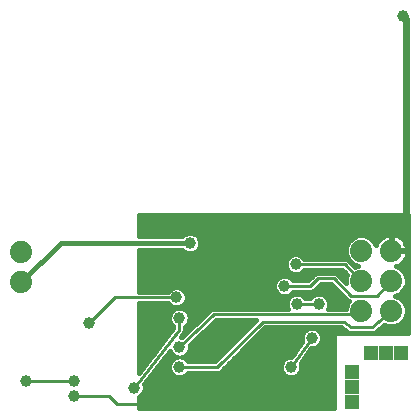
<source format=gbl>
G75*
%MOIN*%
%OFA0B0*%
%FSLAX25Y25*%
%IPPOS*%
%LPD*%
%AMOC8*
5,1,8,0,0,1.08239X$1,22.5*
%
%ADD10C,0.07400*%
%ADD11R,0.05000X0.05000*%
%ADD12C,0.03962*%
%ADD13C,0.01600*%
%ADD14C,0.01000*%
%ADD15C,0.02400*%
D10*
X0007102Y0051425D03*
X0007102Y0061425D03*
X0120488Y0062016D03*
X0130488Y0062016D03*
X0130488Y0051976D03*
X0120488Y0051976D03*
X0120488Y0041937D03*
X0130488Y0041937D03*
D11*
X0128756Y0027764D03*
X0123756Y0027764D03*
X0117535Y0021543D03*
X0117535Y0016543D03*
X0117535Y0011543D03*
X0133756Y0027764D03*
D12*
X0008874Y0018512D03*
X0024622Y0018512D03*
X0024622Y0013591D03*
X0044898Y0016346D03*
X0049425Y0012803D03*
X0059858Y0023236D03*
X0059858Y0029929D03*
X0059858Y0039575D03*
X0054150Y0039575D03*
X0058874Y0046465D03*
X0066945Y0057882D03*
X0063402Y0064575D03*
X0077181Y0036031D03*
X0094898Y0050205D03*
X0099031Y0044299D03*
X0106315Y0044299D03*
X0109268Y0048433D03*
X0098638Y0057488D03*
X0103953Y0032882D03*
X0097063Y0023236D03*
X0091748Y0011425D03*
X0130921Y0070480D03*
X0134465Y0140165D03*
X0029740Y0037803D03*
D13*
X0046276Y0037269D02*
X0057382Y0037269D01*
X0056992Y0037660D02*
X0057825Y0036826D01*
X0057792Y0036129D01*
X0046276Y0021235D01*
X0046276Y0044565D01*
X0056001Y0044565D01*
X0056008Y0044549D01*
X0056959Y0043598D01*
X0058201Y0043083D01*
X0059547Y0043083D01*
X0060789Y0043598D01*
X0061740Y0044549D01*
X0062255Y0045792D01*
X0062255Y0047137D01*
X0061740Y0048380D01*
X0060789Y0049331D01*
X0059547Y0049846D01*
X0058201Y0049846D01*
X0056959Y0049331D01*
X0056008Y0048380D01*
X0056001Y0048365D01*
X0046276Y0048365D01*
X0046276Y0062375D01*
X0060820Y0062375D01*
X0061486Y0061708D01*
X0062729Y0061194D01*
X0064074Y0061194D01*
X0065317Y0061708D01*
X0066268Y0062660D01*
X0066783Y0063902D01*
X0066783Y0065247D01*
X0066268Y0066490D01*
X0065317Y0067441D01*
X0064074Y0067956D01*
X0062729Y0067956D01*
X0061486Y0067441D01*
X0060820Y0066775D01*
X0046276Y0066775D01*
X0046276Y0073827D01*
X0135995Y0073827D01*
X0135995Y0034457D01*
X0111236Y0034457D01*
X0111236Y0009698D01*
X0046276Y0009698D01*
X0046276Y0013258D01*
X0046813Y0013480D01*
X0047764Y0014431D01*
X0048279Y0015674D01*
X0048279Y0017019D01*
X0048118Y0017406D01*
X0056758Y0028579D01*
X0056992Y0028014D01*
X0057943Y0027063D01*
X0059102Y0026583D01*
X0057943Y0026103D01*
X0056992Y0025151D01*
X0056477Y0023909D01*
X0056477Y0022564D01*
X0056992Y0021321D01*
X0057943Y0020370D01*
X0059186Y0019855D01*
X0060531Y0019855D01*
X0061773Y0020370D01*
X0062725Y0021321D01*
X0062731Y0021336D01*
X0073244Y0021336D01*
X0088401Y0036494D01*
X0113895Y0036494D01*
X0115662Y0035021D01*
X0116158Y0034525D01*
X0116257Y0034525D01*
X0116333Y0034462D01*
X0117031Y0034525D01*
X0124165Y0034525D01*
X0124886Y0034477D01*
X0124942Y0034525D01*
X0125015Y0034525D01*
X0125527Y0035037D01*
X0128193Y0037367D01*
X0129474Y0036837D01*
X0131503Y0036837D01*
X0133377Y0037613D01*
X0134812Y0039048D01*
X0135588Y0040923D01*
X0135588Y0042951D01*
X0134812Y0044826D01*
X0133377Y0046261D01*
X0131697Y0046957D01*
X0133377Y0047653D01*
X0134812Y0049087D01*
X0135588Y0050962D01*
X0135588Y0052991D01*
X0134812Y0054865D01*
X0133377Y0056300D01*
X0132198Y0056788D01*
X0132599Y0056919D01*
X0133371Y0057312D01*
X0134071Y0057821D01*
X0134683Y0058433D01*
X0135192Y0059133D01*
X0135585Y0059904D01*
X0135853Y0060728D01*
X0135988Y0061583D01*
X0135988Y0061816D01*
X0130688Y0061816D01*
X0130688Y0062216D01*
X0130288Y0062216D01*
X0130288Y0067516D01*
X0130055Y0067516D01*
X0129200Y0067380D01*
X0128377Y0067113D01*
X0127606Y0066720D01*
X0126905Y0066211D01*
X0126293Y0065599D01*
X0125784Y0064898D01*
X0125391Y0064127D01*
X0125278Y0063779D01*
X0124812Y0064905D01*
X0123377Y0066339D01*
X0121503Y0067116D01*
X0119474Y0067116D01*
X0117599Y0066339D01*
X0116165Y0064905D01*
X0115388Y0063030D01*
X0115388Y0061001D01*
X0116165Y0059127D01*
X0117599Y0057692D01*
X0119280Y0056996D01*
X0118485Y0056667D01*
X0115763Y0059388D01*
X0101510Y0059388D01*
X0101504Y0059403D01*
X0100553Y0060355D01*
X0099310Y0060869D01*
X0097965Y0060869D01*
X0096723Y0060355D01*
X0095771Y0059403D01*
X0095257Y0058161D01*
X0095257Y0056816D01*
X0095771Y0055573D01*
X0096723Y0054622D01*
X0097965Y0054107D01*
X0099310Y0054107D01*
X0100553Y0054622D01*
X0101504Y0055573D01*
X0101510Y0055588D01*
X0114189Y0055588D01*
X0115798Y0053980D01*
X0115388Y0052991D01*
X0115388Y0051299D01*
X0112023Y0054664D01*
X0105331Y0054664D01*
X0104218Y0053551D01*
X0102772Y0052105D01*
X0097770Y0052105D01*
X0097764Y0052120D01*
X0096813Y0053071D01*
X0095570Y0053586D01*
X0094225Y0053586D01*
X0092982Y0053071D01*
X0092031Y0052120D01*
X0091517Y0050877D01*
X0091517Y0049532D01*
X0092031Y0048289D01*
X0092982Y0047338D01*
X0094225Y0046824D01*
X0095570Y0046824D01*
X0096813Y0047338D01*
X0097764Y0048289D01*
X0097770Y0048305D01*
X0104346Y0048305D01*
X0106905Y0050864D01*
X0110449Y0050864D01*
X0115045Y0046268D01*
X0116158Y0045155D01*
X0116494Y0045155D01*
X0116165Y0044826D01*
X0115388Y0042951D01*
X0115388Y0042656D01*
X0109294Y0042656D01*
X0109696Y0043627D01*
X0109696Y0044972D01*
X0109181Y0046214D01*
X0108230Y0047166D01*
X0106987Y0047680D01*
X0105642Y0047680D01*
X0104400Y0047166D01*
X0103449Y0046214D01*
X0103442Y0046199D01*
X0101904Y0046199D01*
X0101898Y0046214D01*
X0100947Y0047166D01*
X0099704Y0047680D01*
X0098359Y0047680D01*
X0097116Y0047166D01*
X0096165Y0046214D01*
X0095650Y0044972D01*
X0095650Y0043627D01*
X0096053Y0042656D01*
X0071301Y0042656D01*
X0070539Y0042676D01*
X0070518Y0042656D01*
X0070489Y0042656D01*
X0069950Y0042117D01*
X0060622Y0033272D01*
X0060531Y0033310D01*
X0060416Y0033310D01*
X0061063Y0034147D01*
X0061522Y0034564D01*
X0061531Y0034752D01*
X0061646Y0034901D01*
X0061567Y0035517D01*
X0061621Y0036645D01*
X0061773Y0036708D01*
X0062725Y0037660D01*
X0063239Y0038902D01*
X0063239Y0040247D01*
X0062725Y0041490D01*
X0061773Y0042441D01*
X0060531Y0042956D01*
X0059186Y0042956D01*
X0057943Y0042441D01*
X0056992Y0041490D01*
X0056477Y0040247D01*
X0056477Y0038902D01*
X0056992Y0037660D01*
X0056491Y0038868D02*
X0046276Y0038868D01*
X0046276Y0040466D02*
X0056568Y0040466D01*
X0057567Y0042065D02*
X0046276Y0042065D01*
X0046276Y0043663D02*
X0056894Y0043663D01*
X0060854Y0043663D02*
X0095650Y0043663D01*
X0095771Y0045262D02*
X0062036Y0045262D01*
X0062255Y0046860D02*
X0094136Y0046860D01*
X0091961Y0048459D02*
X0061661Y0048459D01*
X0056087Y0048459D02*
X0046276Y0048459D01*
X0046276Y0050057D02*
X0091517Y0050057D01*
X0091839Y0051656D02*
X0046276Y0051656D01*
X0046276Y0053254D02*
X0093425Y0053254D01*
X0096370Y0053254D02*
X0103922Y0053254D01*
X0100784Y0054853D02*
X0114925Y0054853D01*
X0115497Y0053254D02*
X0113433Y0053254D01*
X0115031Y0051656D02*
X0115388Y0051656D01*
X0112854Y0048459D02*
X0104500Y0048459D01*
X0104095Y0046860D02*
X0101252Y0046860D01*
X0106099Y0050057D02*
X0111256Y0050057D01*
X0108535Y0046860D02*
X0114453Y0046860D01*
X0116051Y0045262D02*
X0109576Y0045262D01*
X0109696Y0043663D02*
X0115683Y0043663D01*
X0114882Y0035671D02*
X0105945Y0035671D01*
X0105868Y0035748D02*
X0104625Y0036263D01*
X0103280Y0036263D01*
X0102038Y0035748D01*
X0101086Y0034797D01*
X0100572Y0033554D01*
X0100572Y0032209D01*
X0100779Y0031708D01*
X0097143Y0026617D01*
X0096390Y0026617D01*
X0095148Y0026103D01*
X0094197Y0025151D01*
X0093682Y0023909D01*
X0093682Y0022564D01*
X0094197Y0021321D01*
X0095148Y0020370D01*
X0096390Y0019855D01*
X0097736Y0019855D01*
X0098978Y0020370D01*
X0099929Y0021321D01*
X0100444Y0022564D01*
X0100444Y0023909D01*
X0100236Y0024410D01*
X0103873Y0029501D01*
X0104625Y0029501D01*
X0105868Y0030016D01*
X0106819Y0030967D01*
X0107334Y0032209D01*
X0107334Y0033554D01*
X0106819Y0034797D01*
X0105868Y0035748D01*
X0107119Y0034072D02*
X0111236Y0034072D01*
X0111236Y0032474D02*
X0107334Y0032474D01*
X0106728Y0030875D02*
X0111236Y0030875D01*
X0111236Y0029277D02*
X0103713Y0029277D01*
X0102571Y0027678D02*
X0111236Y0027678D01*
X0111236Y0026080D02*
X0101429Y0026080D01*
X0100287Y0024481D02*
X0111236Y0024481D01*
X0111236Y0022883D02*
X0100444Y0022883D01*
X0099893Y0021284D02*
X0111236Y0021284D01*
X0111236Y0019686D02*
X0049881Y0019686D01*
X0051117Y0021284D02*
X0057029Y0021284D01*
X0056477Y0022883D02*
X0052353Y0022883D01*
X0053589Y0024481D02*
X0056714Y0024481D01*
X0057920Y0026080D02*
X0054825Y0026080D01*
X0056061Y0027678D02*
X0057328Y0027678D01*
X0060614Y0026583D02*
X0061773Y0026103D01*
X0062725Y0025151D01*
X0062731Y0025136D01*
X0071670Y0025136D01*
X0085389Y0038856D01*
X0072033Y0038856D01*
X0063239Y0030517D01*
X0063239Y0029257D01*
X0062725Y0028014D01*
X0061773Y0027063D01*
X0060614Y0026583D01*
X0061796Y0026080D02*
X0072613Y0026080D01*
X0074212Y0027678D02*
X0062389Y0027678D01*
X0063239Y0029277D02*
X0075810Y0029277D01*
X0077409Y0030875D02*
X0063617Y0030875D01*
X0065303Y0032474D02*
X0079007Y0032474D01*
X0080606Y0034072D02*
X0066989Y0034072D01*
X0068674Y0035671D02*
X0082204Y0035671D01*
X0083803Y0037269D02*
X0070360Y0037269D01*
X0068209Y0040466D02*
X0063149Y0040466D01*
X0063225Y0038868D02*
X0066523Y0038868D01*
X0064838Y0037269D02*
X0062334Y0037269D01*
X0061575Y0035671D02*
X0063152Y0035671D01*
X0061466Y0034072D02*
X0061005Y0034072D01*
X0057437Y0035671D02*
X0046276Y0035671D01*
X0046276Y0034072D02*
X0056202Y0034072D01*
X0054966Y0032474D02*
X0046276Y0032474D01*
X0046276Y0030875D02*
X0053730Y0030875D01*
X0052494Y0029277D02*
X0046276Y0029277D01*
X0046276Y0027678D02*
X0051258Y0027678D01*
X0050022Y0026080D02*
X0046276Y0026080D01*
X0046276Y0024481D02*
X0048786Y0024481D01*
X0047550Y0022883D02*
X0046276Y0022883D01*
X0046276Y0021284D02*
X0046314Y0021284D01*
X0048645Y0018087D02*
X0111236Y0018087D01*
X0111236Y0016489D02*
X0048279Y0016489D01*
X0047954Y0014890D02*
X0111236Y0014890D01*
X0111236Y0013292D02*
X0046358Y0013292D01*
X0046276Y0011693D02*
X0111236Y0011693D01*
X0111236Y0010095D02*
X0046276Y0010095D01*
X0062688Y0021284D02*
X0094233Y0021284D01*
X0093682Y0022883D02*
X0074790Y0022883D01*
X0076389Y0024481D02*
X0093919Y0024481D01*
X0095125Y0026080D02*
X0077987Y0026080D01*
X0079586Y0027678D02*
X0097901Y0027678D01*
X0099043Y0029277D02*
X0081184Y0029277D01*
X0082783Y0030875D02*
X0100185Y0030875D01*
X0100572Y0032474D02*
X0084381Y0032474D01*
X0085980Y0034072D02*
X0100786Y0034072D01*
X0101960Y0035671D02*
X0087578Y0035671D01*
X0095659Y0046860D02*
X0096811Y0046860D01*
X0096491Y0054853D02*
X0046276Y0054853D01*
X0046276Y0056451D02*
X0095408Y0056451D01*
X0095257Y0058050D02*
X0046276Y0058050D01*
X0046276Y0059649D02*
X0096017Y0059649D01*
X0101259Y0059649D02*
X0115949Y0059649D01*
X0117102Y0058050D02*
X0117241Y0058050D01*
X0115388Y0061247D02*
X0064203Y0061247D01*
X0062600Y0061247D02*
X0046276Y0061247D01*
X0046276Y0067641D02*
X0061969Y0067641D01*
X0064834Y0067641D02*
X0135995Y0067641D01*
X0135995Y0066043D02*
X0134240Y0066043D01*
X0134071Y0066211D02*
X0133371Y0066720D01*
X0132599Y0067113D01*
X0131776Y0067380D01*
X0130921Y0067516D01*
X0130688Y0067516D01*
X0130688Y0062216D01*
X0135988Y0062216D01*
X0135988Y0062449D01*
X0135853Y0063304D01*
X0135585Y0064127D01*
X0135192Y0064898D01*
X0134683Y0065599D01*
X0134071Y0066211D01*
X0135424Y0064444D02*
X0135995Y0064444D01*
X0135995Y0062846D02*
X0135925Y0062846D01*
X0135935Y0061247D02*
X0135995Y0061247D01*
X0135995Y0059649D02*
X0135455Y0059649D01*
X0135995Y0058050D02*
X0134301Y0058050D01*
X0133011Y0056451D02*
X0135995Y0056451D01*
X0135995Y0054853D02*
X0134817Y0054853D01*
X0135479Y0053254D02*
X0135995Y0053254D01*
X0135995Y0051656D02*
X0135588Y0051656D01*
X0135214Y0050057D02*
X0135995Y0050057D01*
X0135995Y0048459D02*
X0134183Y0048459D01*
X0135995Y0046860D02*
X0131929Y0046860D01*
X0134376Y0045262D02*
X0135995Y0045262D01*
X0135995Y0043663D02*
X0135293Y0043663D01*
X0135588Y0042065D02*
X0135995Y0042065D01*
X0135995Y0040466D02*
X0135399Y0040466D01*
X0135995Y0038868D02*
X0134632Y0038868D01*
X0135995Y0037269D02*
X0132546Y0037269D01*
X0135995Y0035671D02*
X0126252Y0035671D01*
X0128081Y0037269D02*
X0128430Y0037269D01*
X0130288Y0062846D02*
X0130688Y0062846D01*
X0130688Y0064444D02*
X0130288Y0064444D01*
X0130288Y0066043D02*
X0130688Y0066043D01*
X0126737Y0066043D02*
X0123674Y0066043D01*
X0125003Y0064444D02*
X0125553Y0064444D01*
X0117303Y0066043D02*
X0066453Y0066043D01*
X0066783Y0064444D02*
X0115974Y0064444D01*
X0115388Y0062846D02*
X0066345Y0062846D01*
X0063402Y0064575D02*
X0020252Y0064575D01*
X0007102Y0051425D01*
X0046276Y0069240D02*
X0135995Y0069240D01*
X0135995Y0070838D02*
X0046276Y0070838D01*
X0046276Y0072437D02*
X0135995Y0072437D01*
X0069895Y0042065D02*
X0062150Y0042065D01*
D14*
X0059858Y0039575D02*
X0059661Y0035441D01*
X0044898Y0016346D01*
X0048047Y0012409D02*
X0048047Y0012213D01*
X0049425Y0012803D01*
X0047457Y0010835D01*
X0038992Y0010835D01*
X0036236Y0013591D01*
X0024622Y0013591D01*
X0024622Y0018512D02*
X0008874Y0018512D01*
X0029740Y0037803D02*
X0038402Y0046465D01*
X0058874Y0046465D01*
X0065567Y0058276D02*
X0067732Y0056898D01*
X0066945Y0057882D02*
X0065567Y0058276D01*
X0071276Y0040756D02*
X0119307Y0040756D01*
X0120488Y0041937D01*
X0116945Y0036425D02*
X0124228Y0036425D01*
X0130488Y0041898D01*
X0130488Y0041937D01*
X0125567Y0047055D02*
X0130488Y0051976D01*
X0125567Y0047055D02*
X0116945Y0047055D01*
X0111236Y0052764D01*
X0106118Y0052764D01*
X0103559Y0050205D01*
X0094898Y0050205D01*
X0099031Y0044299D02*
X0106315Y0044299D01*
X0114583Y0038394D02*
X0116945Y0036425D01*
X0114583Y0038394D02*
X0087614Y0038394D01*
X0072457Y0023236D01*
X0059858Y0023236D01*
X0059858Y0029929D02*
X0071276Y0040756D01*
X0097063Y0023236D02*
X0103953Y0032882D01*
X0120488Y0051976D02*
X0114976Y0057488D01*
X0098638Y0057488D01*
X0091748Y0011425D02*
X0093717Y0010835D01*
D15*
X0135449Y0064181D02*
X0135449Y0139181D01*
X0134465Y0140165D01*
M02*

</source>
